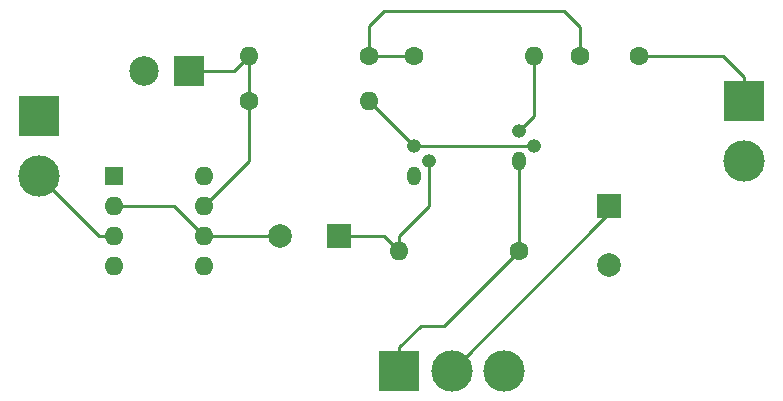
<source format=gtl>
G04 #@! TF.GenerationSoftware,KiCad,Pcbnew,5.0.2-bee76a0~70~ubuntu18.04.1*
G04 #@! TF.CreationDate,2019-03-20T17:07:28-04:00*
G04 #@! TF.ProjectId,Fuzz,46757a7a-2e6b-4696-9361-645f70636258,rev?*
G04 #@! TF.SameCoordinates,Original*
G04 #@! TF.FileFunction,Copper,L1,Top*
G04 #@! TF.FilePolarity,Positive*
%FSLAX46Y46*%
G04 Gerber Fmt 4.6, Leading zero omitted, Abs format (unit mm)*
G04 Created by KiCad (PCBNEW 5.0.2-bee76a0~70~ubuntu18.04.1) date Wed 20 Mar 2019 05:07:28 PM EDT*
%MOMM*%
%LPD*%
G01*
G04 APERTURE LIST*
G04 #@! TA.AperFunction,ComponentPad*
%ADD10R,2.499360X2.499360*%
G04 #@! TD*
G04 #@! TA.AperFunction,ComponentPad*
%ADD11C,2.499360*%
G04 #@! TD*
G04 #@! TA.AperFunction,ComponentPad*
%ADD12R,1.600000X1.600000*%
G04 #@! TD*
G04 #@! TA.AperFunction,ComponentPad*
%ADD13O,1.600000X1.600000*%
G04 #@! TD*
G04 #@! TA.AperFunction,ComponentPad*
%ADD14R,2.000000X2.000000*%
G04 #@! TD*
G04 #@! TA.AperFunction,ComponentPad*
%ADD15C,2.000000*%
G04 #@! TD*
G04 #@! TA.AperFunction,ComponentPad*
%ADD16C,1.600000*%
G04 #@! TD*
G04 #@! TA.AperFunction,ComponentPad*
%ADD17R,3.500120X3.500120*%
G04 #@! TD*
G04 #@! TA.AperFunction,ComponentPad*
%ADD18C,3.500120*%
G04 #@! TD*
G04 #@! TA.AperFunction,ComponentPad*
%ADD19O,1.200000X1.600000*%
G04 #@! TD*
G04 #@! TA.AperFunction,ComponentPad*
%ADD20O,1.200000X1.200000*%
G04 #@! TD*
G04 #@! TA.AperFunction,Conductor*
%ADD21C,0.250000*%
G04 #@! TD*
G04 APERTURE END LIST*
D10*
G04 #@! TO.P,J1,1*
G04 #@! TO.N,Net-(J1-Pad1)*
X30480000Y-19050000D03*
D11*
G04 #@! TO.P,J1,2*
G04 #@! TO.N,GND*
X26670000Y-19050000D03*
G04 #@! TD*
D12*
G04 #@! TO.P,U3,1*
G04 #@! TO.N,Net-(U3-Pad1)*
X24130000Y-27940000D03*
D13*
G04 #@! TO.P,U3,5*
G04 #@! TO.N,Net-(U3-Pad5)*
X31750000Y-35560000D03*
G04 #@! TO.P,U3,2*
G04 #@! TO.N,Net-(C1-Pad2)*
X24130000Y-30480000D03*
G04 #@! TO.P,U3,6*
X31750000Y-33020000D03*
G04 #@! TO.P,U3,3*
G04 #@! TO.N,Net-(FUZZ_IN1-Pad2)*
X24130000Y-33020000D03*
G04 #@! TO.P,U3,7*
G04 #@! TO.N,Net-(J1-Pad1)*
X31750000Y-30480000D03*
G04 #@! TO.P,U3,4*
G04 #@! TO.N,GND*
X24130000Y-35560000D03*
G04 #@! TO.P,U3,8*
G04 #@! TO.N,Net-(U3-Pad8)*
X31750000Y-27940000D03*
G04 #@! TD*
D14*
G04 #@! TO.P,C1,1*
G04 #@! TO.N,Net-(C1-Pad1)*
X43180000Y-33020000D03*
D15*
G04 #@! TO.P,C1,2*
G04 #@! TO.N,Net-(C1-Pad2)*
X38180000Y-33020000D03*
G04 #@! TD*
D16*
G04 #@! TO.P,C2,1*
G04 #@! TO.N,Net-(C2-Pad1)*
X68580000Y-17780000D03*
G04 #@! TO.P,C2,2*
G04 #@! TO.N,Net-(C2-Pad2)*
X63580000Y-17780000D03*
G04 #@! TD*
D15*
G04 #@! TO.P,C3,2*
G04 #@! TO.N,GND*
X66040000Y-35480000D03*
D14*
G04 #@! TO.P,C3,1*
G04 #@! TO.N,Net-(C3-Pad1)*
X66040000Y-30480000D03*
G04 #@! TD*
D17*
G04 #@! TO.P,FUZZ_GAIN1,1*
G04 #@! TO.N,Net-(FUZZ_GAIN1-Pad1)*
X48260000Y-44450000D03*
D18*
G04 #@! TO.P,FUZZ_GAIN1,2*
G04 #@! TO.N,Net-(C3-Pad1)*
X52705000Y-44450000D03*
G04 #@! TO.P,FUZZ_GAIN1,3*
G04 #@! TO.N,GND*
X57150000Y-44450000D03*
G04 #@! TD*
D17*
G04 #@! TO.P,FUZZ_IN1,1*
G04 #@! TO.N,GND*
X17780000Y-22860000D03*
D18*
G04 #@! TO.P,FUZZ_IN1,2*
G04 #@! TO.N,Net-(FUZZ_IN1-Pad2)*
X17780000Y-27940000D03*
G04 #@! TD*
G04 #@! TO.P,FUZZ_OUT1,2*
G04 #@! TO.N,GND*
X77470000Y-26670000D03*
D17*
G04 #@! TO.P,FUZZ_OUT1,1*
G04 #@! TO.N,Net-(C2-Pad1)*
X77470000Y-21590000D03*
G04 #@! TD*
D19*
G04 #@! TO.P,Q1,1*
G04 #@! TO.N,GND*
X49530000Y-27940000D03*
D20*
G04 #@! TO.P,Q1,2*
G04 #@! TO.N,Net-(C1-Pad1)*
X50800000Y-26670000D03*
G04 #@! TO.P,Q1,3*
G04 #@! TO.N,Net-(Q1-Pad3)*
X49530000Y-25400000D03*
G04 #@! TD*
G04 #@! TO.P,Q2,3*
G04 #@! TO.N,Net-(Q2-Pad3)*
X58420000Y-24130000D03*
G04 #@! TO.P,Q2,2*
G04 #@! TO.N,Net-(Q1-Pad3)*
X59690000Y-25400000D03*
D19*
G04 #@! TO.P,Q2,1*
G04 #@! TO.N,Net-(FUZZ_GAIN1-Pad1)*
X58420000Y-26670000D03*
G04 #@! TD*
D16*
G04 #@! TO.P,R4,1*
G04 #@! TO.N,Net-(J1-Pad1)*
X35560000Y-21590000D03*
D13*
G04 #@! TO.P,R4,2*
G04 #@! TO.N,Net-(Q1-Pad3)*
X45720000Y-21590000D03*
G04 #@! TD*
G04 #@! TO.P,R5,2*
G04 #@! TO.N,Net-(J1-Pad1)*
X35560000Y-17780000D03*
D16*
G04 #@! TO.P,R5,1*
G04 #@! TO.N,Net-(C2-Pad2)*
X45720000Y-17780000D03*
G04 #@! TD*
D13*
G04 #@! TO.P,R6,2*
G04 #@! TO.N,Net-(C1-Pad1)*
X48260000Y-34290000D03*
D16*
G04 #@! TO.P,R6,1*
G04 #@! TO.N,Net-(FUZZ_GAIN1-Pad1)*
X58420000Y-34290000D03*
G04 #@! TD*
G04 #@! TO.P,R7,1*
G04 #@! TO.N,Net-(C2-Pad2)*
X49530000Y-17780000D03*
D13*
G04 #@! TO.P,R7,2*
G04 #@! TO.N,Net-(Q2-Pad3)*
X59690000Y-17780000D03*
G04 #@! TD*
D21*
G04 #@! TO.N,Net-(C1-Pad1)*
X46990000Y-33020000D02*
X48260000Y-34290000D01*
X43180000Y-33020000D02*
X46990000Y-33020000D01*
X48260000Y-34290000D02*
X48260000Y-33020000D01*
X50800000Y-30480000D02*
X50800000Y-26670000D01*
X48260000Y-33020000D02*
X50800000Y-30480000D01*
G04 #@! TO.N,Net-(C1-Pad2)*
X29210000Y-30480000D02*
X31750000Y-33020000D01*
X24130000Y-30480000D02*
X29210000Y-30480000D01*
X38180000Y-33020000D02*
X31750000Y-33020000D01*
G04 #@! TO.N,Net-(C2-Pad1)*
X77470000Y-19589940D02*
X77470000Y-21590000D01*
X75660060Y-17780000D02*
X77470000Y-19589940D01*
X68580000Y-17780000D02*
X75660060Y-17780000D01*
G04 #@! TO.N,Net-(C2-Pad2)*
X46990000Y-13970000D02*
X45720000Y-15240000D01*
X62230000Y-13970000D02*
X46990000Y-13970000D01*
X63580000Y-17780000D02*
X63580000Y-15320000D01*
X45720000Y-15240000D02*
X45720000Y-17780000D01*
X63580000Y-15320000D02*
X62230000Y-13970000D01*
X49530000Y-17780000D02*
X45720000Y-17780000D01*
G04 #@! TO.N,Net-(C3-Pad1)*
X66040000Y-31115000D02*
X66040000Y-30480000D01*
X52705000Y-44450000D02*
X66040000Y-31115000D01*
G04 #@! TO.N,Net-(Q1-Pad3)*
X45720000Y-21590000D02*
X49530000Y-25400000D01*
X49530000Y-25400000D02*
X59690000Y-25400000D01*
G04 #@! TO.N,Net-(Q2-Pad3)*
X58420000Y-24130000D02*
X59690000Y-22860000D01*
X59690000Y-22860000D02*
X59690000Y-17780000D01*
G04 #@! TO.N,Net-(FUZZ_GAIN1-Pad1)*
X48260000Y-42449940D02*
X50069940Y-40640000D01*
X48260000Y-44450000D02*
X48260000Y-42449940D01*
X57620001Y-35089999D02*
X58420000Y-34290000D01*
X52070000Y-40640000D02*
X57620001Y-35089999D01*
X50069940Y-40640000D02*
X52070000Y-40640000D01*
X58420000Y-34290000D02*
X58420000Y-26670000D01*
G04 #@! TO.N,Net-(FUZZ_IN1-Pad2)*
X22860000Y-33020000D02*
X17780000Y-27940000D01*
X24130000Y-33020000D02*
X22860000Y-33020000D01*
G04 #@! TO.N,Net-(J1-Pad1)*
X35560000Y-26670000D02*
X35560000Y-21590000D01*
X31750000Y-30480000D02*
X35560000Y-26670000D01*
X34290000Y-19050000D02*
X35560000Y-17780000D01*
X30480000Y-19050000D02*
X34290000Y-19050000D01*
X35560000Y-21590000D02*
X35560000Y-17780000D01*
G04 #@! TD*
M02*

</source>
